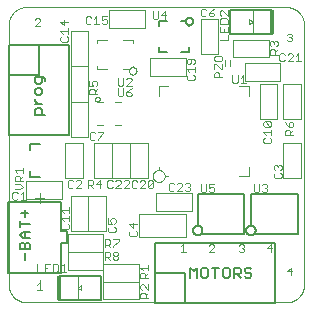
<source format=gto>
G75*
%MOIN*%
%OFA0B0*%
%FSLAX25Y25*%
%IPPOS*%
%LPD*%
%AMOC8*
5,1,8,0,0,1.08239X$1,22.5*
%
%ADD10C,0.00000*%
%ADD11C,0.00600*%
%ADD12C,0.00400*%
%ADD13C,0.00394*%
%ADD14C,0.00300*%
%ADD15C,0.00500*%
%ADD16R,0.01181X0.07874*%
D10*
X0009483Y0006895D02*
X0096098Y0006895D01*
X0096250Y0006897D01*
X0096402Y0006903D01*
X0096554Y0006913D01*
X0096705Y0006926D01*
X0096856Y0006944D01*
X0097007Y0006965D01*
X0097157Y0006991D01*
X0097306Y0007020D01*
X0097455Y0007053D01*
X0097602Y0007090D01*
X0097749Y0007130D01*
X0097894Y0007175D01*
X0098038Y0007223D01*
X0098181Y0007275D01*
X0098323Y0007330D01*
X0098463Y0007389D01*
X0098602Y0007452D01*
X0098739Y0007518D01*
X0098874Y0007588D01*
X0099007Y0007661D01*
X0099138Y0007738D01*
X0099268Y0007818D01*
X0099395Y0007901D01*
X0099520Y0007987D01*
X0099643Y0008077D01*
X0099763Y0008170D01*
X0099881Y0008266D01*
X0099997Y0008365D01*
X0100110Y0008467D01*
X0100220Y0008571D01*
X0100328Y0008679D01*
X0100432Y0008789D01*
X0100534Y0008902D01*
X0100633Y0009018D01*
X0100729Y0009136D01*
X0100822Y0009256D01*
X0100912Y0009379D01*
X0100998Y0009504D01*
X0101081Y0009631D01*
X0101161Y0009761D01*
X0101238Y0009892D01*
X0101311Y0010025D01*
X0101381Y0010160D01*
X0101447Y0010297D01*
X0101510Y0010436D01*
X0101569Y0010576D01*
X0101624Y0010718D01*
X0101676Y0010861D01*
X0101724Y0011005D01*
X0101769Y0011150D01*
X0101809Y0011297D01*
X0101846Y0011444D01*
X0101879Y0011593D01*
X0101908Y0011742D01*
X0101934Y0011892D01*
X0101955Y0012043D01*
X0101973Y0012194D01*
X0101986Y0012345D01*
X0101996Y0012497D01*
X0102002Y0012649D01*
X0102004Y0012801D01*
X0102003Y0012801D02*
X0102003Y0099415D01*
X0102004Y0099415D02*
X0102002Y0099567D01*
X0101996Y0099719D01*
X0101986Y0099871D01*
X0101973Y0100022D01*
X0101955Y0100173D01*
X0101934Y0100324D01*
X0101908Y0100474D01*
X0101879Y0100623D01*
X0101846Y0100772D01*
X0101809Y0100919D01*
X0101769Y0101066D01*
X0101724Y0101211D01*
X0101676Y0101355D01*
X0101624Y0101498D01*
X0101569Y0101640D01*
X0101510Y0101780D01*
X0101447Y0101919D01*
X0101381Y0102056D01*
X0101311Y0102191D01*
X0101238Y0102324D01*
X0101161Y0102455D01*
X0101081Y0102585D01*
X0100998Y0102712D01*
X0100912Y0102837D01*
X0100822Y0102960D01*
X0100729Y0103080D01*
X0100633Y0103198D01*
X0100534Y0103314D01*
X0100432Y0103427D01*
X0100328Y0103537D01*
X0100220Y0103645D01*
X0100110Y0103749D01*
X0099997Y0103851D01*
X0099881Y0103950D01*
X0099763Y0104046D01*
X0099643Y0104139D01*
X0099520Y0104229D01*
X0099395Y0104315D01*
X0099268Y0104398D01*
X0099138Y0104478D01*
X0099007Y0104555D01*
X0098874Y0104628D01*
X0098739Y0104698D01*
X0098602Y0104764D01*
X0098463Y0104827D01*
X0098323Y0104886D01*
X0098181Y0104941D01*
X0098038Y0104993D01*
X0097894Y0105041D01*
X0097749Y0105086D01*
X0097602Y0105126D01*
X0097455Y0105163D01*
X0097306Y0105196D01*
X0097157Y0105225D01*
X0097007Y0105251D01*
X0096856Y0105272D01*
X0096705Y0105290D01*
X0096554Y0105303D01*
X0096402Y0105313D01*
X0096250Y0105319D01*
X0096098Y0105321D01*
X0096098Y0105320D02*
X0009483Y0105320D01*
X0009483Y0105321D02*
X0009331Y0105319D01*
X0009179Y0105313D01*
X0009027Y0105303D01*
X0008876Y0105290D01*
X0008725Y0105272D01*
X0008574Y0105251D01*
X0008424Y0105225D01*
X0008275Y0105196D01*
X0008126Y0105163D01*
X0007979Y0105126D01*
X0007832Y0105086D01*
X0007687Y0105041D01*
X0007543Y0104993D01*
X0007400Y0104941D01*
X0007258Y0104886D01*
X0007118Y0104827D01*
X0006979Y0104764D01*
X0006842Y0104698D01*
X0006707Y0104628D01*
X0006574Y0104555D01*
X0006443Y0104478D01*
X0006313Y0104398D01*
X0006186Y0104315D01*
X0006061Y0104229D01*
X0005938Y0104139D01*
X0005818Y0104046D01*
X0005700Y0103950D01*
X0005584Y0103851D01*
X0005471Y0103749D01*
X0005361Y0103645D01*
X0005253Y0103537D01*
X0005149Y0103427D01*
X0005047Y0103314D01*
X0004948Y0103198D01*
X0004852Y0103080D01*
X0004759Y0102960D01*
X0004669Y0102837D01*
X0004583Y0102712D01*
X0004500Y0102585D01*
X0004420Y0102455D01*
X0004343Y0102324D01*
X0004270Y0102191D01*
X0004200Y0102056D01*
X0004134Y0101919D01*
X0004071Y0101780D01*
X0004012Y0101640D01*
X0003957Y0101498D01*
X0003905Y0101355D01*
X0003857Y0101211D01*
X0003812Y0101066D01*
X0003772Y0100919D01*
X0003735Y0100772D01*
X0003702Y0100623D01*
X0003673Y0100474D01*
X0003647Y0100324D01*
X0003626Y0100173D01*
X0003608Y0100022D01*
X0003595Y0099871D01*
X0003585Y0099719D01*
X0003579Y0099567D01*
X0003577Y0099415D01*
X0003578Y0099415D02*
X0003578Y0012801D01*
X0003577Y0012801D02*
X0003579Y0012649D01*
X0003585Y0012497D01*
X0003595Y0012345D01*
X0003608Y0012194D01*
X0003626Y0012043D01*
X0003647Y0011892D01*
X0003673Y0011742D01*
X0003702Y0011593D01*
X0003735Y0011444D01*
X0003772Y0011297D01*
X0003812Y0011150D01*
X0003857Y0011005D01*
X0003905Y0010861D01*
X0003957Y0010718D01*
X0004012Y0010576D01*
X0004071Y0010436D01*
X0004134Y0010297D01*
X0004200Y0010160D01*
X0004270Y0010025D01*
X0004343Y0009892D01*
X0004420Y0009761D01*
X0004500Y0009631D01*
X0004583Y0009504D01*
X0004669Y0009379D01*
X0004759Y0009256D01*
X0004852Y0009136D01*
X0004948Y0009018D01*
X0005047Y0008902D01*
X0005149Y0008789D01*
X0005253Y0008679D01*
X0005361Y0008571D01*
X0005471Y0008467D01*
X0005584Y0008365D01*
X0005700Y0008266D01*
X0005818Y0008170D01*
X0005938Y0008077D01*
X0006061Y0007987D01*
X0006186Y0007901D01*
X0006313Y0007818D01*
X0006443Y0007738D01*
X0006574Y0007661D01*
X0006707Y0007588D01*
X0006842Y0007518D01*
X0006979Y0007452D01*
X0007118Y0007389D01*
X0007258Y0007330D01*
X0007400Y0007275D01*
X0007543Y0007223D01*
X0007687Y0007175D01*
X0007832Y0007130D01*
X0007979Y0007090D01*
X0008126Y0007053D01*
X0008275Y0007020D01*
X0008424Y0006991D01*
X0008574Y0006965D01*
X0008725Y0006944D01*
X0008876Y0006926D01*
X0009027Y0006913D01*
X0009179Y0006903D01*
X0009331Y0006897D01*
X0009483Y0006895D01*
D11*
X0008891Y0020975D02*
X0008891Y0023201D01*
X0008891Y0024600D02*
X0008891Y0026270D01*
X0009448Y0026826D01*
X0010005Y0026826D01*
X0010561Y0026270D01*
X0010561Y0024600D01*
X0007221Y0024600D01*
X0007221Y0026270D01*
X0007778Y0026826D01*
X0008335Y0026826D01*
X0008891Y0026270D01*
X0008891Y0028225D02*
X0008891Y0030451D01*
X0008335Y0030451D02*
X0010561Y0030451D01*
X0010561Y0028225D02*
X0008335Y0028225D01*
X0007221Y0029338D01*
X0008335Y0030451D01*
X0007221Y0031850D02*
X0007221Y0034077D01*
X0007221Y0032963D02*
X0010561Y0032963D01*
X0008891Y0035475D02*
X0008891Y0037702D01*
X0007778Y0036588D02*
X0010005Y0036588D01*
X0010820Y0048539D02*
X0010820Y0050739D01*
X0010820Y0048539D02*
X0014020Y0048539D01*
X0010820Y0057539D02*
X0010820Y0059739D01*
X0014020Y0059739D01*
X0014498Y0069400D02*
X0014498Y0071070D01*
X0013942Y0071626D01*
X0012828Y0071626D01*
X0012272Y0071070D01*
X0012272Y0069400D01*
X0015612Y0069400D01*
X0014498Y0073025D02*
X0012272Y0073025D01*
X0013385Y0073025D02*
X0012272Y0074138D01*
X0012272Y0074695D01*
X0012828Y0076046D02*
X0013942Y0076046D01*
X0014498Y0076602D01*
X0014498Y0077716D01*
X0013942Y0078272D01*
X0012828Y0078272D01*
X0012272Y0077716D01*
X0012272Y0076602D01*
X0012828Y0076046D01*
X0012828Y0079671D02*
X0013942Y0079671D01*
X0014498Y0080228D01*
X0014498Y0081898D01*
X0015055Y0081898D02*
X0012272Y0081898D01*
X0012272Y0080228D01*
X0012828Y0079671D01*
X0015612Y0080784D02*
X0015612Y0081341D01*
X0015055Y0081898D01*
X0064114Y0018409D02*
X0065227Y0017296D01*
X0066341Y0018409D01*
X0066341Y0015069D01*
X0067739Y0015626D02*
X0068296Y0015069D01*
X0069409Y0015069D01*
X0069966Y0015626D01*
X0069966Y0017852D01*
X0069409Y0018409D01*
X0068296Y0018409D01*
X0067739Y0017852D01*
X0067739Y0015626D01*
X0064114Y0015069D02*
X0064114Y0018409D01*
X0071364Y0018409D02*
X0073591Y0018409D01*
X0072478Y0018409D02*
X0072478Y0015069D01*
X0074989Y0015626D02*
X0074989Y0017852D01*
X0075546Y0018409D01*
X0076659Y0018409D01*
X0077216Y0017852D01*
X0077216Y0015626D01*
X0076659Y0015069D01*
X0075546Y0015069D01*
X0074989Y0015626D01*
X0078615Y0016182D02*
X0080285Y0016182D01*
X0080841Y0016739D01*
X0080841Y0017852D01*
X0080285Y0018409D01*
X0078615Y0018409D01*
X0078615Y0015069D01*
X0079728Y0016182D02*
X0080841Y0015069D01*
X0082240Y0015626D02*
X0082796Y0015069D01*
X0083910Y0015069D01*
X0084466Y0015626D01*
X0084466Y0016182D01*
X0083910Y0016739D01*
X0082796Y0016739D01*
X0082240Y0017296D01*
X0082240Y0017852D01*
X0082796Y0018409D01*
X0083910Y0018409D01*
X0084466Y0017852D01*
D12*
X0081630Y0023630D02*
X0080778Y0023630D01*
X0080353Y0024056D01*
X0081204Y0024908D02*
X0081630Y0024908D01*
X0082056Y0024482D01*
X0082056Y0024056D01*
X0081630Y0023630D01*
X0081630Y0024908D02*
X0082056Y0025334D01*
X0082056Y0025760D01*
X0081630Y0026185D01*
X0080778Y0026185D01*
X0080353Y0025760D01*
X0072017Y0025760D02*
X0071591Y0026185D01*
X0070739Y0026185D01*
X0070313Y0025760D01*
X0072017Y0025760D02*
X0072017Y0025334D01*
X0070313Y0023630D01*
X0072017Y0023630D01*
X0062568Y0023827D02*
X0060864Y0023827D01*
X0061716Y0023827D02*
X0061716Y0026382D01*
X0060864Y0025531D01*
X0089605Y0024908D02*
X0091308Y0024908D01*
X0090882Y0026185D02*
X0089605Y0024908D01*
X0090882Y0026185D02*
X0090882Y0023630D01*
X0096298Y0017231D02*
X0098001Y0017231D01*
X0097575Y0018508D02*
X0097575Y0015953D01*
X0096298Y0017231D02*
X0097575Y0018508D01*
X0074638Y0081898D02*
X0072083Y0081898D01*
X0072083Y0083176D01*
X0072509Y0083601D01*
X0073360Y0083601D01*
X0073786Y0083176D01*
X0073786Y0081898D01*
X0074212Y0084617D02*
X0074638Y0084617D01*
X0074638Y0086320D01*
X0074212Y0087336D02*
X0072509Y0087336D01*
X0072083Y0087762D01*
X0072083Y0088613D01*
X0072509Y0089039D01*
X0074212Y0089039D01*
X0074638Y0088613D01*
X0074638Y0087762D01*
X0074212Y0087336D01*
X0072509Y0086320D02*
X0074212Y0084617D01*
X0072509Y0086320D02*
X0072083Y0086320D01*
X0072083Y0084617D01*
X0096298Y0094332D02*
X0096723Y0093906D01*
X0097575Y0093906D01*
X0098001Y0094332D01*
X0098001Y0094758D01*
X0097575Y0095183D01*
X0097149Y0095183D01*
X0097575Y0095183D02*
X0098001Y0095609D01*
X0098001Y0096035D01*
X0097575Y0096461D01*
X0096723Y0096461D01*
X0096298Y0096035D01*
X0015437Y0041679D02*
X0012368Y0041679D01*
X0013903Y0040145D02*
X0013903Y0043214D01*
X0013903Y0014214D02*
X0013903Y0011145D01*
X0013881Y0011032D02*
X0013881Y0013587D01*
X0013030Y0012735D01*
X0013030Y0011032D02*
X0014733Y0011032D01*
X0013946Y0099024D02*
X0012242Y0099024D01*
X0013946Y0100727D01*
X0013946Y0101153D01*
X0013520Y0101579D01*
X0012668Y0101579D01*
X0012242Y0101153D01*
D13*
X0024247Y0097446D02*
X0030153Y0097446D01*
X0030153Y0085635D01*
X0030153Y0073824D01*
X0024247Y0073824D01*
X0024247Y0062013D01*
X0030153Y0062013D01*
X0030153Y0073824D01*
X0024247Y0073824D01*
X0024247Y0085635D01*
X0030153Y0085635D01*
X0024247Y0085635D01*
X0024247Y0097446D01*
X0033105Y0094493D02*
X0033105Y0093509D01*
X0033105Y0094493D02*
X0036255Y0094493D01*
X0037042Y0098430D02*
X0037042Y0104336D01*
X0048853Y0104336D01*
X0048853Y0098430D01*
X0037042Y0098430D01*
X0041767Y0094493D02*
X0044916Y0094493D01*
X0044916Y0093509D01*
X0050822Y0088391D02*
X0050822Y0082486D01*
X0062633Y0082486D01*
X0062633Y0088391D01*
X0050822Y0088391D01*
X0044916Y0085635D02*
X0044916Y0085241D01*
X0043671Y0084060D02*
X0043673Y0084130D01*
X0043679Y0084201D01*
X0043689Y0084270D01*
X0043703Y0084339D01*
X0043721Y0084408D01*
X0043742Y0084475D01*
X0043767Y0084541D01*
X0043796Y0084605D01*
X0043829Y0084667D01*
X0043865Y0084728D01*
X0043905Y0084786D01*
X0043947Y0084842D01*
X0043993Y0084896D01*
X0044042Y0084947D01*
X0044093Y0084995D01*
X0044148Y0085040D01*
X0044204Y0085082D01*
X0044263Y0085120D01*
X0044324Y0085155D01*
X0044387Y0085187D01*
X0044452Y0085215D01*
X0044518Y0085240D01*
X0044585Y0085260D01*
X0044654Y0085277D01*
X0044723Y0085290D01*
X0044793Y0085299D01*
X0044863Y0085304D01*
X0044934Y0085305D01*
X0045004Y0085302D01*
X0045074Y0085295D01*
X0045144Y0085284D01*
X0045213Y0085269D01*
X0045281Y0085250D01*
X0045347Y0085228D01*
X0045413Y0085202D01*
X0045477Y0085172D01*
X0045539Y0085138D01*
X0045599Y0085101D01*
X0045656Y0085061D01*
X0045712Y0085017D01*
X0045765Y0084971D01*
X0045815Y0084921D01*
X0045862Y0084869D01*
X0045906Y0084814D01*
X0045947Y0084757D01*
X0045985Y0084698D01*
X0046020Y0084636D01*
X0046050Y0084573D01*
X0046078Y0084508D01*
X0046101Y0084441D01*
X0046121Y0084374D01*
X0046137Y0084305D01*
X0046149Y0084236D01*
X0046157Y0084166D01*
X0046161Y0084095D01*
X0046161Y0084025D01*
X0046157Y0083954D01*
X0046149Y0083884D01*
X0046137Y0083815D01*
X0046121Y0083746D01*
X0046101Y0083679D01*
X0046078Y0083612D01*
X0046050Y0083547D01*
X0046020Y0083484D01*
X0045985Y0083422D01*
X0045947Y0083363D01*
X0045906Y0083306D01*
X0045862Y0083251D01*
X0045815Y0083199D01*
X0045765Y0083149D01*
X0045712Y0083103D01*
X0045656Y0083059D01*
X0045599Y0083019D01*
X0045538Y0082982D01*
X0045477Y0082948D01*
X0045413Y0082918D01*
X0045347Y0082892D01*
X0045281Y0082870D01*
X0045213Y0082851D01*
X0045144Y0082836D01*
X0045074Y0082825D01*
X0045004Y0082818D01*
X0044934Y0082815D01*
X0044863Y0082816D01*
X0044793Y0082821D01*
X0044723Y0082830D01*
X0044654Y0082843D01*
X0044585Y0082860D01*
X0044518Y0082880D01*
X0044452Y0082905D01*
X0044387Y0082933D01*
X0044324Y0082965D01*
X0044263Y0083000D01*
X0044204Y0083038D01*
X0044148Y0083080D01*
X0044093Y0083125D01*
X0044042Y0083173D01*
X0043993Y0083224D01*
X0043947Y0083278D01*
X0043905Y0083334D01*
X0043865Y0083392D01*
X0043829Y0083453D01*
X0043796Y0083515D01*
X0043767Y0083579D01*
X0043742Y0083645D01*
X0043721Y0083712D01*
X0043703Y0083781D01*
X0043689Y0083850D01*
X0043679Y0083919D01*
X0043673Y0083990D01*
X0043671Y0084060D01*
X0043735Y0084651D02*
X0041767Y0084651D01*
X0036255Y0084651D02*
X0033105Y0084651D01*
X0033105Y0085635D01*
X0032318Y0074612D02*
X0032320Y0074668D01*
X0032326Y0074723D01*
X0032336Y0074777D01*
X0032349Y0074831D01*
X0032367Y0074884D01*
X0032388Y0074935D01*
X0032412Y0074985D01*
X0032440Y0075033D01*
X0032472Y0075079D01*
X0032506Y0075123D01*
X0032544Y0075164D01*
X0032584Y0075202D01*
X0032627Y0075237D01*
X0032672Y0075269D01*
X0032720Y0075298D01*
X0032769Y0075324D01*
X0032820Y0075346D01*
X0032872Y0075364D01*
X0032926Y0075378D01*
X0032981Y0075389D01*
X0033036Y0075396D01*
X0033091Y0075399D01*
X0033147Y0075398D01*
X0033202Y0075393D01*
X0033257Y0075384D01*
X0033311Y0075372D01*
X0033364Y0075355D01*
X0033416Y0075335D01*
X0033466Y0075311D01*
X0033514Y0075284D01*
X0033561Y0075254D01*
X0033605Y0075220D01*
X0033647Y0075183D01*
X0033685Y0075143D01*
X0033722Y0075101D01*
X0033755Y0075056D01*
X0033784Y0075010D01*
X0033811Y0074961D01*
X0033833Y0074910D01*
X0033853Y0074858D01*
X0033868Y0074804D01*
X0033880Y0074750D01*
X0033888Y0074695D01*
X0033892Y0074640D01*
X0033892Y0074584D01*
X0033888Y0074529D01*
X0033880Y0074474D01*
X0033868Y0074420D01*
X0033853Y0074366D01*
X0033833Y0074314D01*
X0033811Y0074263D01*
X0033784Y0074214D01*
X0033755Y0074168D01*
X0033722Y0074123D01*
X0033685Y0074081D01*
X0033647Y0074041D01*
X0033605Y0074004D01*
X0033561Y0073970D01*
X0033514Y0073940D01*
X0033466Y0073913D01*
X0033416Y0073889D01*
X0033364Y0073869D01*
X0033311Y0073852D01*
X0033257Y0073840D01*
X0033202Y0073831D01*
X0033147Y0073826D01*
X0033091Y0073825D01*
X0033036Y0073828D01*
X0032981Y0073835D01*
X0032926Y0073846D01*
X0032872Y0073860D01*
X0032820Y0073878D01*
X0032769Y0073900D01*
X0032720Y0073926D01*
X0032672Y0073955D01*
X0032627Y0073987D01*
X0032584Y0074022D01*
X0032544Y0074060D01*
X0032506Y0074101D01*
X0032472Y0074145D01*
X0032440Y0074191D01*
X0032412Y0074239D01*
X0032388Y0074289D01*
X0032367Y0074340D01*
X0032349Y0074393D01*
X0032336Y0074447D01*
X0032326Y0074501D01*
X0032320Y0074556D01*
X0032318Y0074612D01*
X0033499Y0073824D02*
X0035074Y0073824D01*
X0039011Y0073824D02*
X0040979Y0073824D01*
X0040979Y0065950D02*
X0039011Y0065950D01*
X0035074Y0065950D02*
X0033105Y0065950D01*
X0032121Y0060045D02*
X0038027Y0060045D01*
X0038027Y0048234D01*
X0032121Y0048234D01*
X0032121Y0060045D01*
X0028184Y0060045D02*
X0022279Y0060045D01*
X0022279Y0048234D01*
X0028184Y0048234D01*
X0028184Y0060045D01*
X0038027Y0060045D02*
X0043932Y0060045D01*
X0043932Y0048234D01*
X0038027Y0048234D01*
X0038027Y0060045D01*
X0043932Y0060045D02*
X0049838Y0060045D01*
X0049838Y0048234D01*
X0043932Y0048234D01*
X0043932Y0060045D01*
X0053578Y0052171D02*
X0053578Y0050989D01*
X0051609Y0049021D02*
X0051611Y0049109D01*
X0051617Y0049197D01*
X0051627Y0049285D01*
X0051641Y0049373D01*
X0051658Y0049459D01*
X0051680Y0049545D01*
X0051705Y0049629D01*
X0051735Y0049713D01*
X0051767Y0049795D01*
X0051804Y0049875D01*
X0051844Y0049954D01*
X0051888Y0050031D01*
X0051935Y0050106D01*
X0051985Y0050178D01*
X0052039Y0050249D01*
X0052095Y0050316D01*
X0052155Y0050382D01*
X0052217Y0050444D01*
X0052283Y0050504D01*
X0052350Y0050560D01*
X0052421Y0050614D01*
X0052493Y0050664D01*
X0052568Y0050711D01*
X0052645Y0050755D01*
X0052724Y0050795D01*
X0052804Y0050832D01*
X0052886Y0050864D01*
X0052970Y0050894D01*
X0053054Y0050919D01*
X0053140Y0050941D01*
X0053226Y0050958D01*
X0053314Y0050972D01*
X0053402Y0050982D01*
X0053490Y0050988D01*
X0053578Y0050990D01*
X0053666Y0050988D01*
X0053754Y0050982D01*
X0053842Y0050972D01*
X0053930Y0050958D01*
X0054016Y0050941D01*
X0054102Y0050919D01*
X0054186Y0050894D01*
X0054270Y0050864D01*
X0054352Y0050832D01*
X0054432Y0050795D01*
X0054511Y0050755D01*
X0054588Y0050711D01*
X0054663Y0050664D01*
X0054735Y0050614D01*
X0054806Y0050560D01*
X0054873Y0050504D01*
X0054939Y0050444D01*
X0055001Y0050382D01*
X0055061Y0050316D01*
X0055117Y0050249D01*
X0055171Y0050178D01*
X0055221Y0050106D01*
X0055268Y0050031D01*
X0055312Y0049954D01*
X0055352Y0049875D01*
X0055389Y0049795D01*
X0055421Y0049713D01*
X0055451Y0049629D01*
X0055476Y0049545D01*
X0055498Y0049459D01*
X0055515Y0049373D01*
X0055529Y0049285D01*
X0055539Y0049197D01*
X0055545Y0049109D01*
X0055547Y0049021D01*
X0055545Y0048933D01*
X0055539Y0048845D01*
X0055529Y0048757D01*
X0055515Y0048669D01*
X0055498Y0048583D01*
X0055476Y0048497D01*
X0055451Y0048413D01*
X0055421Y0048329D01*
X0055389Y0048247D01*
X0055352Y0048167D01*
X0055312Y0048088D01*
X0055268Y0048011D01*
X0055221Y0047936D01*
X0055171Y0047864D01*
X0055117Y0047793D01*
X0055061Y0047726D01*
X0055001Y0047660D01*
X0054939Y0047598D01*
X0054873Y0047538D01*
X0054806Y0047482D01*
X0054735Y0047428D01*
X0054663Y0047378D01*
X0054588Y0047331D01*
X0054511Y0047287D01*
X0054432Y0047247D01*
X0054352Y0047210D01*
X0054270Y0047178D01*
X0054186Y0047148D01*
X0054102Y0047123D01*
X0054016Y0047101D01*
X0053930Y0047084D01*
X0053842Y0047070D01*
X0053754Y0047060D01*
X0053666Y0047054D01*
X0053578Y0047052D01*
X0053490Y0047054D01*
X0053402Y0047060D01*
X0053314Y0047070D01*
X0053226Y0047084D01*
X0053140Y0047101D01*
X0053054Y0047123D01*
X0052970Y0047148D01*
X0052886Y0047178D01*
X0052804Y0047210D01*
X0052724Y0047247D01*
X0052645Y0047287D01*
X0052568Y0047331D01*
X0052493Y0047378D01*
X0052421Y0047428D01*
X0052350Y0047482D01*
X0052283Y0047538D01*
X0052217Y0047598D01*
X0052155Y0047660D01*
X0052095Y0047726D01*
X0052039Y0047793D01*
X0051985Y0047864D01*
X0051935Y0047936D01*
X0051888Y0048011D01*
X0051844Y0048088D01*
X0051804Y0048167D01*
X0051767Y0048247D01*
X0051735Y0048329D01*
X0051705Y0048413D01*
X0051680Y0048497D01*
X0051658Y0048583D01*
X0051641Y0048669D01*
X0051627Y0048757D01*
X0051617Y0048845D01*
X0051611Y0048933D01*
X0051609Y0049021D01*
X0055546Y0049021D02*
X0056727Y0049021D01*
X0052790Y0043312D02*
X0064601Y0043312D01*
X0064601Y0037407D01*
X0052790Y0037407D01*
X0052790Y0043312D01*
X0046885Y0036423D02*
X0062633Y0036423D01*
X0062633Y0028549D01*
X0046885Y0028549D01*
X0046885Y0036423D01*
X0036058Y0042328D02*
X0036058Y0030517D01*
X0030153Y0030517D01*
X0030153Y0042328D01*
X0036058Y0042328D01*
X0030153Y0042328D02*
X0030153Y0030517D01*
X0024247Y0030517D01*
X0024247Y0042328D01*
X0030153Y0042328D01*
X0021294Y0041344D02*
X0009483Y0041344D01*
X0009483Y0047249D01*
X0021294Y0047249D01*
X0021294Y0041344D01*
X0023263Y0029533D02*
X0035074Y0029533D01*
X0035074Y0023627D01*
X0035074Y0017722D01*
X0023263Y0017722D01*
X0023263Y0023627D01*
X0035074Y0023627D01*
X0023263Y0023627D01*
X0023263Y0029533D01*
X0035074Y0019690D02*
X0035074Y0013785D01*
X0035074Y0007879D01*
X0046885Y0007879D01*
X0046885Y0013785D01*
X0035074Y0013785D01*
X0046885Y0013785D01*
X0046885Y0019690D01*
X0035074Y0019690D01*
X0027790Y0012604D02*
X0026609Y0011816D01*
X0026609Y0015360D01*
X0027790Y0012604D02*
X0027790Y0011029D01*
X0026609Y0011816D01*
X0026609Y0008273D01*
X0080350Y0049021D02*
X0083499Y0049021D01*
X0083499Y0052171D01*
X0095113Y0048234D02*
X0101019Y0048234D01*
X0101019Y0060045D01*
X0095113Y0060045D01*
X0095113Y0048234D01*
X0095113Y0067919D02*
X0095113Y0079730D01*
X0101019Y0079730D01*
X0101019Y0067919D01*
X0095113Y0067919D01*
X0093145Y0067919D02*
X0087239Y0067919D01*
X0087239Y0079730D01*
X0093145Y0079730D01*
X0093145Y0067919D01*
X0083499Y0075793D02*
X0083499Y0078942D01*
X0080350Y0078942D01*
X0082318Y0080714D02*
X0082318Y0086619D01*
X0094129Y0086619D01*
X0094129Y0080714D01*
X0082318Y0080714D01*
X0077200Y0085635D02*
X0077200Y0087604D01*
X0078381Y0088588D02*
X0078381Y0094493D01*
X0090192Y0094493D01*
X0090192Y0088588D01*
X0078381Y0088588D01*
X0075625Y0087604D02*
X0075625Y0085635D01*
X0073460Y0089572D02*
X0067554Y0089572D01*
X0067554Y0101383D01*
X0073460Y0101383D01*
X0073460Y0089572D01*
X0084877Y0096856D02*
X0084877Y0100399D01*
X0084877Y0103942D01*
X0083696Y0101186D02*
X0084877Y0100399D01*
X0083696Y0099612D01*
X0083696Y0101186D01*
X0056727Y0078942D02*
X0053578Y0078942D01*
X0053578Y0075793D01*
D14*
X0044511Y0075991D02*
X0044511Y0076434D01*
X0044069Y0076876D01*
X0042741Y0076876D01*
X0042741Y0075991D01*
X0043184Y0075549D01*
X0044069Y0075549D01*
X0044511Y0075991D01*
X0043626Y0077761D02*
X0042741Y0076876D01*
X0043626Y0077761D02*
X0044511Y0078204D01*
X0044511Y0079092D02*
X0042741Y0079092D01*
X0044511Y0080862D01*
X0044511Y0081305D01*
X0044069Y0081747D01*
X0043184Y0081747D01*
X0042741Y0081305D01*
X0041792Y0081747D02*
X0041792Y0079535D01*
X0041350Y0079092D01*
X0040465Y0079092D01*
X0040022Y0079535D01*
X0040022Y0081747D01*
X0040022Y0078204D02*
X0040022Y0075991D01*
X0040465Y0075549D01*
X0041350Y0075549D01*
X0041792Y0075991D01*
X0041792Y0078204D01*
X0033089Y0077996D02*
X0032204Y0077111D01*
X0032204Y0077554D02*
X0032204Y0076226D01*
X0033089Y0076226D02*
X0030434Y0076226D01*
X0030434Y0077554D01*
X0030877Y0077996D01*
X0031762Y0077996D01*
X0032204Y0077554D01*
X0031762Y0078945D02*
X0030434Y0078945D01*
X0030434Y0080715D01*
X0031319Y0080272D02*
X0031319Y0079830D01*
X0031762Y0078945D01*
X0032647Y0078945D02*
X0033089Y0079387D01*
X0033089Y0080272D01*
X0032647Y0080715D01*
X0031762Y0080715D01*
X0031319Y0080272D01*
X0023001Y0093746D02*
X0021231Y0093746D01*
X0020789Y0094188D01*
X0020789Y0095073D01*
X0021231Y0095516D01*
X0021674Y0096465D02*
X0020789Y0097350D01*
X0023444Y0097350D01*
X0023444Y0096465D02*
X0023444Y0098235D01*
X0022116Y0099183D02*
X0022116Y0100953D01*
X0020789Y0100511D02*
X0022116Y0099183D01*
X0020789Y0100511D02*
X0023444Y0100511D01*
X0023001Y0095516D02*
X0023444Y0095073D01*
X0023444Y0094188D01*
X0023001Y0093746D01*
X0029208Y0100070D02*
X0029651Y0099628D01*
X0030536Y0099628D01*
X0030978Y0100070D01*
X0031927Y0099628D02*
X0033697Y0099628D01*
X0032812Y0099628D02*
X0032812Y0102283D01*
X0031927Y0101398D01*
X0030978Y0101840D02*
X0030536Y0102283D01*
X0029651Y0102283D01*
X0029208Y0101840D01*
X0029208Y0100070D01*
X0034646Y0100070D02*
X0035088Y0099628D01*
X0035973Y0099628D01*
X0036416Y0100070D01*
X0036416Y0100955D01*
X0035973Y0101398D01*
X0035531Y0101398D01*
X0034646Y0100955D01*
X0034646Y0102283D01*
X0036416Y0102283D01*
X0051562Y0101779D02*
X0052005Y0101336D01*
X0052890Y0101336D01*
X0053333Y0101779D01*
X0053333Y0103991D01*
X0054281Y0102664D02*
X0056051Y0102664D01*
X0055609Y0103991D02*
X0054281Y0102664D01*
X0055609Y0103991D02*
X0055609Y0101336D01*
X0051562Y0101779D02*
X0051562Y0103991D01*
X0067594Y0104399D02*
X0067594Y0102629D01*
X0068036Y0102187D01*
X0068922Y0102187D01*
X0069364Y0102629D01*
X0070313Y0102629D02*
X0070755Y0102187D01*
X0071640Y0102187D01*
X0072083Y0102629D01*
X0072083Y0103072D01*
X0071640Y0103514D01*
X0070313Y0103514D01*
X0070313Y0102629D01*
X0070313Y0103514D02*
X0071198Y0104399D01*
X0072083Y0104842D01*
X0073938Y0103820D02*
X0073938Y0102935D01*
X0074381Y0102493D01*
X0074381Y0101544D02*
X0073938Y0101102D01*
X0073938Y0099774D01*
X0076593Y0099774D01*
X0076593Y0101102D01*
X0076151Y0101544D01*
X0074381Y0101544D01*
X0073938Y0103820D02*
X0074381Y0104263D01*
X0074823Y0104263D01*
X0076593Y0102493D01*
X0076593Y0104263D01*
X0076593Y0098825D02*
X0076593Y0097055D01*
X0073938Y0097055D01*
X0073938Y0098825D01*
X0075266Y0097940D02*
X0075266Y0097055D01*
X0076593Y0096106D02*
X0076593Y0094336D01*
X0073938Y0094336D01*
X0065570Y0087716D02*
X0065127Y0088158D01*
X0063357Y0088158D01*
X0062915Y0087716D01*
X0062915Y0086831D01*
X0063357Y0086388D01*
X0063800Y0086388D01*
X0064242Y0086831D01*
X0064242Y0088158D01*
X0065570Y0087716D02*
X0065570Y0086831D01*
X0065127Y0086388D01*
X0065570Y0085439D02*
X0065570Y0083669D01*
X0065570Y0084554D02*
X0062915Y0084554D01*
X0063800Y0083669D01*
X0063357Y0082721D02*
X0062915Y0082278D01*
X0062915Y0081393D01*
X0063357Y0080951D01*
X0065127Y0080951D01*
X0065570Y0081393D01*
X0065570Y0082278D01*
X0065127Y0082721D01*
X0078137Y0082535D02*
X0078137Y0080322D01*
X0078580Y0079880D01*
X0079465Y0079880D01*
X0079907Y0080322D01*
X0079907Y0082535D01*
X0080856Y0081650D02*
X0081741Y0082535D01*
X0081741Y0079880D01*
X0080856Y0079880D02*
X0082626Y0079880D01*
X0093775Y0087669D02*
X0094218Y0087226D01*
X0095103Y0087226D01*
X0095545Y0087669D01*
X0096494Y0087226D02*
X0098264Y0088996D01*
X0098264Y0089439D01*
X0097821Y0089881D01*
X0096936Y0089881D01*
X0096494Y0089439D01*
X0095545Y0089439D02*
X0095103Y0089881D01*
X0094218Y0089881D01*
X0093775Y0089439D01*
X0093775Y0087669D01*
X0093255Y0089513D02*
X0090600Y0089513D01*
X0090600Y0090840D01*
X0091042Y0091283D01*
X0091927Y0091283D01*
X0092370Y0090840D01*
X0092370Y0089513D01*
X0092370Y0090398D02*
X0093255Y0091283D01*
X0092812Y0092232D02*
X0093255Y0092674D01*
X0093255Y0093559D01*
X0092812Y0094002D01*
X0092370Y0094002D01*
X0091927Y0093559D01*
X0091927Y0093117D01*
X0091927Y0093559D02*
X0091485Y0094002D01*
X0091042Y0094002D01*
X0090600Y0093559D01*
X0090600Y0092674D01*
X0091042Y0092232D01*
X0096494Y0087226D02*
X0098264Y0087226D01*
X0099213Y0087226D02*
X0100983Y0087226D01*
X0100098Y0087226D02*
X0100098Y0089881D01*
X0099213Y0088996D01*
X0097930Y0067033D02*
X0097488Y0067033D01*
X0097045Y0066591D01*
X0097045Y0065263D01*
X0097930Y0065263D01*
X0098373Y0065706D01*
X0098373Y0066591D01*
X0097930Y0067033D01*
X0096160Y0066148D02*
X0097045Y0065263D01*
X0097045Y0064314D02*
X0097488Y0063872D01*
X0097488Y0062544D01*
X0098373Y0062544D02*
X0095718Y0062544D01*
X0095718Y0063872D01*
X0096160Y0064314D01*
X0097045Y0064314D01*
X0097488Y0063429D02*
X0098373Y0064314D01*
X0096160Y0066148D02*
X0095718Y0067033D01*
X0091089Y0066788D02*
X0091089Y0065902D01*
X0090647Y0065460D01*
X0088877Y0067230D01*
X0090647Y0067230D01*
X0091089Y0066788D01*
X0090647Y0065460D02*
X0088877Y0065460D01*
X0088434Y0065902D01*
X0088434Y0066788D01*
X0088877Y0067230D01*
X0091089Y0064511D02*
X0091089Y0062741D01*
X0091089Y0063626D02*
X0088434Y0063626D01*
X0089319Y0062741D01*
X0088877Y0061792D02*
X0088434Y0061350D01*
X0088434Y0060465D01*
X0088877Y0060022D01*
X0090647Y0060022D01*
X0091089Y0060465D01*
X0091089Y0061350D01*
X0090647Y0061792D01*
X0092294Y0052762D02*
X0092737Y0052762D01*
X0093179Y0052320D01*
X0093622Y0052762D01*
X0094064Y0052762D01*
X0094507Y0052320D01*
X0094507Y0051435D01*
X0094064Y0050992D01*
X0094064Y0050043D02*
X0094507Y0049601D01*
X0094507Y0048716D01*
X0094064Y0048273D01*
X0092294Y0048273D01*
X0091852Y0048716D01*
X0091852Y0049601D01*
X0092294Y0050043D01*
X0092294Y0050992D02*
X0091852Y0051435D01*
X0091852Y0052320D01*
X0092294Y0052762D01*
X0093179Y0052320D02*
X0093179Y0051877D01*
X0089270Y0046314D02*
X0088385Y0046314D01*
X0087943Y0045872D01*
X0086994Y0046314D02*
X0086994Y0044102D01*
X0086551Y0043659D01*
X0085666Y0043659D01*
X0085224Y0044102D01*
X0085224Y0046314D01*
X0087943Y0044102D02*
X0088385Y0043659D01*
X0089270Y0043659D01*
X0089713Y0044102D01*
X0089713Y0044544D01*
X0089270Y0044987D01*
X0088828Y0044987D01*
X0089270Y0044987D02*
X0089713Y0045429D01*
X0089713Y0045872D01*
X0089270Y0046314D01*
X0071996Y0046314D02*
X0070226Y0046314D01*
X0070226Y0044987D01*
X0071111Y0045429D01*
X0071554Y0045429D01*
X0071996Y0044987D01*
X0071996Y0044102D01*
X0071554Y0043659D01*
X0070669Y0043659D01*
X0070226Y0044102D01*
X0069277Y0044102D02*
X0068835Y0043659D01*
X0067950Y0043659D01*
X0067507Y0044102D01*
X0067507Y0046314D01*
X0069277Y0046314D02*
X0069277Y0044102D01*
X0064110Y0044432D02*
X0063667Y0043990D01*
X0062782Y0043990D01*
X0062340Y0044432D01*
X0061391Y0043990D02*
X0059621Y0043990D01*
X0061391Y0045760D01*
X0061391Y0046202D01*
X0060948Y0046645D01*
X0060063Y0046645D01*
X0059621Y0046202D01*
X0058672Y0046202D02*
X0058230Y0046645D01*
X0057344Y0046645D01*
X0056902Y0046202D01*
X0056902Y0044432D01*
X0057344Y0043990D01*
X0058230Y0043990D01*
X0058672Y0044432D01*
X0062340Y0046202D02*
X0062782Y0046645D01*
X0063667Y0046645D01*
X0064110Y0046202D01*
X0064110Y0045760D01*
X0063667Y0045317D01*
X0064110Y0044875D01*
X0064110Y0044432D01*
X0063667Y0045317D02*
X0063225Y0045317D01*
X0051770Y0045346D02*
X0051328Y0044903D01*
X0050443Y0044903D01*
X0050000Y0045346D01*
X0051770Y0047116D01*
X0051770Y0045346D01*
X0051770Y0047116D02*
X0051328Y0047558D01*
X0050443Y0047558D01*
X0050000Y0047116D01*
X0050000Y0045346D01*
X0049051Y0044903D02*
X0047281Y0044903D01*
X0049051Y0046673D01*
X0049051Y0047116D01*
X0048609Y0047558D01*
X0047724Y0047558D01*
X0047281Y0047116D01*
X0046333Y0047116D02*
X0045890Y0047558D01*
X0045005Y0047558D01*
X0044562Y0047116D01*
X0044562Y0045346D01*
X0045005Y0044903D01*
X0045890Y0044903D01*
X0046333Y0045346D01*
X0043637Y0044974D02*
X0041867Y0044974D01*
X0043637Y0046744D01*
X0043637Y0047187D01*
X0043195Y0047629D01*
X0042310Y0047629D01*
X0041867Y0047187D01*
X0040918Y0047187D02*
X0040476Y0047629D01*
X0039591Y0047629D01*
X0039148Y0047187D01*
X0038200Y0047187D02*
X0037757Y0047629D01*
X0036872Y0047629D01*
X0036430Y0047187D01*
X0036430Y0045417D01*
X0036872Y0044974D01*
X0037757Y0044974D01*
X0038200Y0045417D01*
X0039148Y0044974D02*
X0040918Y0046744D01*
X0040918Y0047187D01*
X0040918Y0044974D02*
X0039148Y0044974D01*
X0034385Y0046302D02*
X0032615Y0046302D01*
X0033943Y0047629D01*
X0033943Y0044974D01*
X0031666Y0044974D02*
X0030781Y0045859D01*
X0031224Y0045859D02*
X0029896Y0045859D01*
X0029896Y0044974D02*
X0029896Y0047629D01*
X0031224Y0047629D01*
X0031666Y0047187D01*
X0031666Y0046302D01*
X0031224Y0045859D01*
X0027692Y0044974D02*
X0025922Y0044974D01*
X0027692Y0046744D01*
X0027692Y0047187D01*
X0027250Y0047629D01*
X0026365Y0047629D01*
X0025922Y0047187D01*
X0024974Y0047187D02*
X0024531Y0047629D01*
X0023646Y0047629D01*
X0023204Y0047187D01*
X0023204Y0045417D01*
X0023646Y0044974D01*
X0024531Y0044974D01*
X0024974Y0045417D01*
X0023640Y0038552D02*
X0023640Y0036782D01*
X0023640Y0037667D02*
X0020985Y0037667D01*
X0021870Y0036782D01*
X0023640Y0035833D02*
X0023640Y0034063D01*
X0023640Y0034948D02*
X0020985Y0034948D01*
X0021870Y0034063D01*
X0021428Y0033114D02*
X0020985Y0032672D01*
X0020985Y0031787D01*
X0021428Y0031344D01*
X0023198Y0031344D01*
X0023640Y0031787D01*
X0023640Y0032672D01*
X0023198Y0033114D01*
X0035507Y0023739D02*
X0036835Y0023739D01*
X0037277Y0023297D01*
X0037277Y0022412D01*
X0036835Y0021969D01*
X0035507Y0021969D01*
X0035507Y0021084D02*
X0035507Y0023739D01*
X0035704Y0025218D02*
X0035704Y0027873D01*
X0037032Y0027873D01*
X0037474Y0027431D01*
X0037474Y0026546D01*
X0037032Y0026103D01*
X0035704Y0026103D01*
X0036589Y0026103D02*
X0037474Y0025218D01*
X0038423Y0025218D02*
X0038423Y0025661D01*
X0040193Y0027431D01*
X0040193Y0027873D01*
X0038423Y0027873D01*
X0038749Y0030360D02*
X0036979Y0030360D01*
X0036537Y0030802D01*
X0036537Y0031687D01*
X0036979Y0032130D01*
X0036537Y0033079D02*
X0037864Y0033079D01*
X0037422Y0033964D01*
X0037422Y0034406D01*
X0037864Y0034849D01*
X0038749Y0034849D01*
X0039192Y0034406D01*
X0039192Y0033521D01*
X0038749Y0033079D01*
X0038749Y0032130D02*
X0039192Y0031687D01*
X0039192Y0030802D01*
X0038749Y0030360D01*
X0036537Y0033079D02*
X0036537Y0034849D01*
X0043623Y0033028D02*
X0044951Y0031701D01*
X0044951Y0033471D01*
X0046278Y0033028D02*
X0043623Y0033028D01*
X0044066Y0030752D02*
X0043623Y0030310D01*
X0043623Y0029425D01*
X0044066Y0028982D01*
X0045836Y0028982D01*
X0046278Y0029425D01*
X0046278Y0030310D01*
X0045836Y0030752D01*
X0039554Y0023739D02*
X0038669Y0023739D01*
X0038226Y0023297D01*
X0038226Y0022854D01*
X0038669Y0022412D01*
X0039554Y0022412D01*
X0039996Y0021969D01*
X0039996Y0021527D01*
X0039554Y0021084D01*
X0038669Y0021084D01*
X0038226Y0021527D01*
X0038226Y0021969D01*
X0038669Y0022412D01*
X0039554Y0022412D02*
X0039996Y0022854D01*
X0039996Y0023297D01*
X0039554Y0023739D01*
X0037277Y0021084D02*
X0036392Y0021969D01*
X0047293Y0018510D02*
X0048178Y0017625D01*
X0048620Y0016677D02*
X0047735Y0016677D01*
X0047293Y0016234D01*
X0047293Y0014907D01*
X0049948Y0014907D01*
X0049063Y0014907D02*
X0049063Y0016234D01*
X0048620Y0016677D01*
X0049063Y0015792D02*
X0049948Y0016677D01*
X0049948Y0017625D02*
X0049948Y0019395D01*
X0049948Y0018510D02*
X0047293Y0018510D01*
X0047932Y0012899D02*
X0047489Y0012457D01*
X0047489Y0011572D01*
X0047932Y0011129D01*
X0047932Y0010180D02*
X0048817Y0010180D01*
X0049259Y0009738D01*
X0049259Y0008410D01*
X0050144Y0008410D02*
X0047489Y0008410D01*
X0047489Y0009738D01*
X0047932Y0010180D01*
X0049259Y0009295D02*
X0050144Y0010180D01*
X0050144Y0011129D02*
X0048374Y0012899D01*
X0047932Y0012899D01*
X0050144Y0012899D02*
X0050144Y0011129D01*
X0022796Y0017147D02*
X0021026Y0017147D01*
X0021911Y0017147D02*
X0021911Y0019802D01*
X0021026Y0018917D01*
X0020077Y0019360D02*
X0020077Y0017590D01*
X0019635Y0017147D01*
X0018307Y0017147D01*
X0018307Y0019802D01*
X0019635Y0019802D01*
X0020077Y0019360D01*
X0017358Y0019802D02*
X0015588Y0019802D01*
X0015588Y0017147D01*
X0017358Y0017147D01*
X0016473Y0018475D02*
X0015588Y0018475D01*
X0014640Y0017147D02*
X0012870Y0017147D01*
X0012870Y0019802D01*
X0009288Y0041163D02*
X0007518Y0041163D01*
X0008403Y0041163D02*
X0008403Y0043818D01*
X0007518Y0042933D01*
X0006569Y0043376D02*
X0006126Y0043818D01*
X0005241Y0043818D01*
X0004799Y0043376D01*
X0004799Y0041606D01*
X0005241Y0041163D01*
X0006126Y0041163D01*
X0006569Y0041606D01*
X0007356Y0044577D02*
X0005586Y0044577D01*
X0007356Y0044577D02*
X0008241Y0045462D01*
X0007356Y0046347D01*
X0005586Y0046347D01*
X0005586Y0047296D02*
X0005586Y0048624D01*
X0006028Y0049066D01*
X0006913Y0049066D01*
X0007356Y0048624D01*
X0007356Y0047296D01*
X0008241Y0047296D02*
X0005586Y0047296D01*
X0007356Y0048181D02*
X0008241Y0049066D01*
X0008241Y0050015D02*
X0008241Y0051785D01*
X0008241Y0050900D02*
X0005586Y0050900D01*
X0006471Y0050015D01*
X0030586Y0061487D02*
X0031029Y0061045D01*
X0031914Y0061045D01*
X0032356Y0061487D01*
X0033305Y0061487D02*
X0033305Y0061045D01*
X0033305Y0061487D02*
X0035075Y0063258D01*
X0035075Y0063700D01*
X0033305Y0063700D01*
X0032356Y0063258D02*
X0031914Y0063700D01*
X0031029Y0063700D01*
X0030586Y0063258D01*
X0030586Y0061487D01*
X0067594Y0104399D02*
X0068036Y0104842D01*
X0068922Y0104842D01*
X0069364Y0104399D01*
D15*
X0062633Y0100596D02*
X0062635Y0100665D01*
X0062641Y0100733D01*
X0062651Y0100801D01*
X0062665Y0100868D01*
X0062683Y0100935D01*
X0062704Y0101000D01*
X0062730Y0101064D01*
X0062759Y0101126D01*
X0062791Y0101186D01*
X0062827Y0101245D01*
X0062867Y0101301D01*
X0062909Y0101355D01*
X0062955Y0101406D01*
X0063004Y0101455D01*
X0063055Y0101501D01*
X0063109Y0101543D01*
X0063165Y0101583D01*
X0063223Y0101619D01*
X0063284Y0101651D01*
X0063346Y0101680D01*
X0063410Y0101706D01*
X0063475Y0101727D01*
X0063542Y0101745D01*
X0063609Y0101759D01*
X0063677Y0101769D01*
X0063745Y0101775D01*
X0063814Y0101777D01*
X0063883Y0101775D01*
X0063951Y0101769D01*
X0064019Y0101759D01*
X0064086Y0101745D01*
X0064153Y0101727D01*
X0064218Y0101706D01*
X0064282Y0101680D01*
X0064344Y0101651D01*
X0064404Y0101619D01*
X0064463Y0101583D01*
X0064519Y0101543D01*
X0064573Y0101501D01*
X0064624Y0101455D01*
X0064673Y0101406D01*
X0064719Y0101355D01*
X0064761Y0101301D01*
X0064801Y0101245D01*
X0064837Y0101186D01*
X0064869Y0101126D01*
X0064898Y0101064D01*
X0064924Y0101000D01*
X0064945Y0100935D01*
X0064963Y0100868D01*
X0064977Y0100801D01*
X0064987Y0100733D01*
X0064993Y0100665D01*
X0064995Y0100596D01*
X0064993Y0100527D01*
X0064987Y0100459D01*
X0064977Y0100391D01*
X0064963Y0100324D01*
X0064945Y0100257D01*
X0064924Y0100192D01*
X0064898Y0100128D01*
X0064869Y0100066D01*
X0064837Y0100005D01*
X0064801Y0099947D01*
X0064761Y0099891D01*
X0064719Y0099837D01*
X0064673Y0099786D01*
X0064624Y0099737D01*
X0064573Y0099691D01*
X0064519Y0099649D01*
X0064463Y0099609D01*
X0064405Y0099573D01*
X0064344Y0099541D01*
X0064282Y0099512D01*
X0064218Y0099486D01*
X0064153Y0099465D01*
X0064086Y0099447D01*
X0064019Y0099433D01*
X0063951Y0099423D01*
X0063883Y0099417D01*
X0063814Y0099415D01*
X0063745Y0099417D01*
X0063677Y0099423D01*
X0063609Y0099433D01*
X0063542Y0099447D01*
X0063475Y0099465D01*
X0063410Y0099486D01*
X0063346Y0099512D01*
X0063284Y0099541D01*
X0063223Y0099573D01*
X0063165Y0099609D01*
X0063109Y0099649D01*
X0063055Y0099691D01*
X0063004Y0099737D01*
X0062955Y0099786D01*
X0062909Y0099837D01*
X0062867Y0099891D01*
X0062827Y0099947D01*
X0062791Y0100005D01*
X0062759Y0100066D01*
X0062730Y0100128D01*
X0062704Y0100192D01*
X0062683Y0100257D01*
X0062665Y0100324D01*
X0062651Y0100391D01*
X0062641Y0100459D01*
X0062635Y0100527D01*
X0062633Y0100596D01*
X0061058Y0100596D01*
X0063814Y0099415D02*
X0063814Y0099021D01*
X0063814Y0091934D02*
X0063814Y0090360D01*
X0061058Y0090360D01*
X0056334Y0090360D02*
X0053578Y0090360D01*
X0053578Y0091934D01*
X0053578Y0099021D02*
X0053578Y0100596D01*
X0056334Y0100596D01*
X0077287Y0104399D02*
X0077287Y0096399D01*
X0091287Y0096399D01*
X0091287Y0104399D02*
X0077287Y0104399D01*
X0023499Y0092604D02*
X0023499Y0062604D01*
X0003499Y0062604D01*
X0003499Y0092604D01*
X0023499Y0092604D01*
X0013499Y0092604D02*
X0013499Y0082604D01*
X0003499Y0082604D01*
X0003381Y0040360D02*
X0021098Y0040360D01*
X0021098Y0030517D01*
X0023066Y0030517D01*
X0023066Y0026580D01*
X0021098Y0026580D01*
X0021098Y0016738D01*
X0003381Y0016738D01*
X0003381Y0040360D01*
X0020200Y0015816D02*
X0034200Y0015816D01*
X0034200Y0007816D01*
X0020200Y0007816D01*
X0052475Y0006738D02*
X0052475Y0026738D01*
X0092475Y0026738D01*
X0092475Y0006738D01*
X0052475Y0006738D01*
X0062475Y0006738D02*
X0062475Y0016738D01*
X0052475Y0016738D01*
X0067594Y0029730D02*
X0082121Y0029730D01*
X0082121Y0043115D01*
X0066570Y0043115D01*
X0066570Y0032486D01*
X0064995Y0030911D02*
X0064997Y0030990D01*
X0065003Y0031069D01*
X0065013Y0031148D01*
X0065027Y0031226D01*
X0065044Y0031303D01*
X0065066Y0031379D01*
X0065091Y0031454D01*
X0065121Y0031527D01*
X0065153Y0031599D01*
X0065190Y0031670D01*
X0065230Y0031738D01*
X0065273Y0031804D01*
X0065319Y0031868D01*
X0065369Y0031930D01*
X0065422Y0031989D01*
X0065477Y0032045D01*
X0065536Y0032099D01*
X0065597Y0032149D01*
X0065660Y0032197D01*
X0065726Y0032241D01*
X0065794Y0032282D01*
X0065864Y0032319D01*
X0065935Y0032353D01*
X0066009Y0032383D01*
X0066083Y0032409D01*
X0066159Y0032431D01*
X0066236Y0032450D01*
X0066314Y0032465D01*
X0066392Y0032476D01*
X0066471Y0032483D01*
X0066550Y0032486D01*
X0066629Y0032485D01*
X0066708Y0032480D01*
X0066787Y0032471D01*
X0066865Y0032458D01*
X0066942Y0032441D01*
X0067019Y0032421D01*
X0067094Y0032396D01*
X0067168Y0032368D01*
X0067241Y0032336D01*
X0067311Y0032301D01*
X0067380Y0032262D01*
X0067447Y0032219D01*
X0067512Y0032173D01*
X0067574Y0032125D01*
X0067634Y0032073D01*
X0067691Y0032018D01*
X0067745Y0031960D01*
X0067796Y0031900D01*
X0067844Y0031837D01*
X0067889Y0031772D01*
X0067931Y0031704D01*
X0067969Y0031635D01*
X0068003Y0031564D01*
X0068034Y0031491D01*
X0068062Y0031416D01*
X0068085Y0031341D01*
X0068105Y0031264D01*
X0068121Y0031187D01*
X0068133Y0031108D01*
X0068141Y0031030D01*
X0068145Y0030951D01*
X0068145Y0030871D01*
X0068141Y0030792D01*
X0068133Y0030714D01*
X0068121Y0030635D01*
X0068105Y0030558D01*
X0068085Y0030481D01*
X0068062Y0030406D01*
X0068034Y0030331D01*
X0068003Y0030258D01*
X0067969Y0030187D01*
X0067931Y0030118D01*
X0067889Y0030050D01*
X0067844Y0029985D01*
X0067796Y0029922D01*
X0067745Y0029862D01*
X0067691Y0029804D01*
X0067634Y0029749D01*
X0067574Y0029697D01*
X0067512Y0029649D01*
X0067447Y0029603D01*
X0067380Y0029560D01*
X0067311Y0029521D01*
X0067241Y0029486D01*
X0067168Y0029454D01*
X0067094Y0029426D01*
X0067019Y0029401D01*
X0066942Y0029381D01*
X0066865Y0029364D01*
X0066787Y0029351D01*
X0066708Y0029342D01*
X0066629Y0029337D01*
X0066550Y0029336D01*
X0066471Y0029339D01*
X0066392Y0029346D01*
X0066314Y0029357D01*
X0066236Y0029372D01*
X0066159Y0029391D01*
X0066083Y0029413D01*
X0066009Y0029439D01*
X0065935Y0029469D01*
X0065864Y0029503D01*
X0065794Y0029540D01*
X0065726Y0029581D01*
X0065660Y0029625D01*
X0065597Y0029673D01*
X0065536Y0029723D01*
X0065477Y0029777D01*
X0065422Y0029833D01*
X0065369Y0029892D01*
X0065319Y0029954D01*
X0065273Y0030018D01*
X0065230Y0030084D01*
X0065190Y0030152D01*
X0065153Y0030223D01*
X0065121Y0030295D01*
X0065091Y0030368D01*
X0065066Y0030443D01*
X0065044Y0030519D01*
X0065027Y0030596D01*
X0065013Y0030674D01*
X0065003Y0030753D01*
X0064997Y0030832D01*
X0064995Y0030911D01*
X0082712Y0030911D02*
X0082714Y0030990D01*
X0082720Y0031069D01*
X0082730Y0031148D01*
X0082744Y0031226D01*
X0082761Y0031303D01*
X0082783Y0031379D01*
X0082808Y0031454D01*
X0082838Y0031527D01*
X0082870Y0031599D01*
X0082907Y0031670D01*
X0082947Y0031738D01*
X0082990Y0031804D01*
X0083036Y0031868D01*
X0083086Y0031930D01*
X0083139Y0031989D01*
X0083194Y0032045D01*
X0083253Y0032099D01*
X0083314Y0032149D01*
X0083377Y0032197D01*
X0083443Y0032241D01*
X0083511Y0032282D01*
X0083581Y0032319D01*
X0083652Y0032353D01*
X0083726Y0032383D01*
X0083800Y0032409D01*
X0083876Y0032431D01*
X0083953Y0032450D01*
X0084031Y0032465D01*
X0084109Y0032476D01*
X0084188Y0032483D01*
X0084267Y0032486D01*
X0084346Y0032485D01*
X0084425Y0032480D01*
X0084504Y0032471D01*
X0084582Y0032458D01*
X0084659Y0032441D01*
X0084736Y0032421D01*
X0084811Y0032396D01*
X0084885Y0032368D01*
X0084958Y0032336D01*
X0085028Y0032301D01*
X0085097Y0032262D01*
X0085164Y0032219D01*
X0085229Y0032173D01*
X0085291Y0032125D01*
X0085351Y0032073D01*
X0085408Y0032018D01*
X0085462Y0031960D01*
X0085513Y0031900D01*
X0085561Y0031837D01*
X0085606Y0031772D01*
X0085648Y0031704D01*
X0085686Y0031635D01*
X0085720Y0031564D01*
X0085751Y0031491D01*
X0085779Y0031416D01*
X0085802Y0031341D01*
X0085822Y0031264D01*
X0085838Y0031187D01*
X0085850Y0031108D01*
X0085858Y0031030D01*
X0085862Y0030951D01*
X0085862Y0030871D01*
X0085858Y0030792D01*
X0085850Y0030714D01*
X0085838Y0030635D01*
X0085822Y0030558D01*
X0085802Y0030481D01*
X0085779Y0030406D01*
X0085751Y0030331D01*
X0085720Y0030258D01*
X0085686Y0030187D01*
X0085648Y0030118D01*
X0085606Y0030050D01*
X0085561Y0029985D01*
X0085513Y0029922D01*
X0085462Y0029862D01*
X0085408Y0029804D01*
X0085351Y0029749D01*
X0085291Y0029697D01*
X0085229Y0029649D01*
X0085164Y0029603D01*
X0085097Y0029560D01*
X0085028Y0029521D01*
X0084958Y0029486D01*
X0084885Y0029454D01*
X0084811Y0029426D01*
X0084736Y0029401D01*
X0084659Y0029381D01*
X0084582Y0029364D01*
X0084504Y0029351D01*
X0084425Y0029342D01*
X0084346Y0029337D01*
X0084267Y0029336D01*
X0084188Y0029339D01*
X0084109Y0029346D01*
X0084031Y0029357D01*
X0083953Y0029372D01*
X0083876Y0029391D01*
X0083800Y0029413D01*
X0083726Y0029439D01*
X0083652Y0029469D01*
X0083581Y0029503D01*
X0083511Y0029540D01*
X0083443Y0029581D01*
X0083377Y0029625D01*
X0083314Y0029673D01*
X0083253Y0029723D01*
X0083194Y0029777D01*
X0083139Y0029833D01*
X0083086Y0029892D01*
X0083036Y0029954D01*
X0082990Y0030018D01*
X0082947Y0030084D01*
X0082907Y0030152D01*
X0082870Y0030223D01*
X0082838Y0030295D01*
X0082808Y0030368D01*
X0082783Y0030443D01*
X0082761Y0030519D01*
X0082744Y0030596D01*
X0082730Y0030674D01*
X0082720Y0030753D01*
X0082714Y0030832D01*
X0082712Y0030911D01*
X0084287Y0032486D02*
X0084287Y0043115D01*
X0099838Y0043115D01*
X0099838Y0029730D01*
X0085310Y0029730D01*
D16*
X0020310Y0011816D03*
X0091176Y0100399D03*
M02*

</source>
